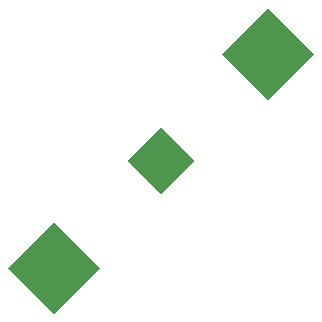
<source format=gbr>
%TF.GenerationSoftware,KiCad,Pcbnew,(5.1.9-0-10_14)*%
%TF.CreationDate,2021-04-10T21:21:16-04:00*%
%TF.ProjectId,Hexo,4865786f-2e6b-4696-9361-645f70636258,1*%
%TF.SameCoordinates,Original*%
%TF.FileFunction,Paste,Bot*%
%TF.FilePolarity,Positive*%
%FSLAX46Y46*%
G04 Gerber Fmt 4.6, Leading zero omitted, Abs format (unit mm)*
G04 Created by KiCad (PCBNEW (5.1.9-0-10_14)) date 2021-04-10 21:21:16*
%MOMM*%
%LPD*%
G01*
G04 APERTURE LIST*
%ADD10C,0.100000*%
G04 APERTURE END LIST*
D10*
%TO.C,BT1*%
G36*
X159380880Y-90398087D02*
G01*
X155491793Y-86509000D01*
X159380880Y-82619913D01*
X163269967Y-86509000D01*
X159380880Y-90398087D01*
G37*
G36*
X150329913Y-98388394D02*
G01*
X147501486Y-95559967D01*
X150329913Y-92731540D01*
X153158340Y-95559967D01*
X150329913Y-98388394D01*
G37*
G36*
X141278946Y-108500021D02*
G01*
X137389859Y-104610934D01*
X141278946Y-100721847D01*
X145168033Y-104610934D01*
X141278946Y-108500021D01*
G37*
%TD*%
M02*

</source>
